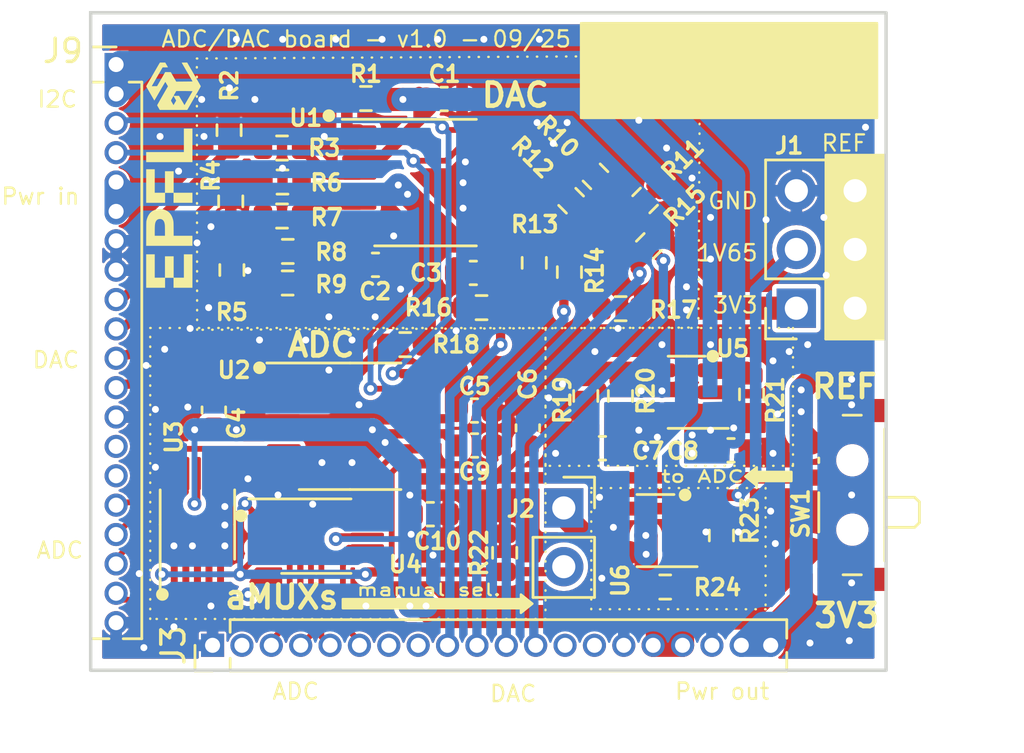
<source format=kicad_pcb>
(kicad_pcb (version 20240108) (generator "pcbnew") (generator_version "8.0")
  (layers (0 "F.Cu" signal) (31 "B.Cu" signal) (34 "B.Paste" user) (35 "F.Paste" user) (36 "B.SilkS" user "B.Silkscreen") (37 "F.SilkS" user "F.Silkscreen") (38 "B.Mask" user) (39 "F.Mask" user) (44 "Edge.Cuts" user))
  (net 0 "")
  (net 1 "GND")
  (net 2 "/ADC2")
  (net 3 "/ADC0")
  (net 4 "/SCL")
  (net 5 "/ADC1")
  (net 6 "/SDA")
  (net 7 "/ADC3")
  (net 8 "/ADC_MUX")
  (net 9 "/REF_INA")
  (net 10 "/DAC0")
  (net 11 "/DAC4")
  (net 12 "/DAC1")
  (net 13 "/DAC3")
  (net 14 "/DAC2")
  (net 15 "/ADC_0_A")
  (net 16 "/ADC_1_A")
  (net 17 "/ADC_0_B")
  (net 18 "/ADC_1_B")
  (net 19 "/ADC_3_A")
  (net 20 "/ADC_2_A")
  (net 21 "/ADC_2_B")
  (net 22 "/ADC_3_B")
  (net 23 "/DAC5")
  (net 24 "/DAC6")
  (net 25 "/DAC7")
  (net 26 "/ref_mid")
  (net 27 "A3V3")
  (net 28 "/5V")
  (net 29 "Net-(U1-V_{REF})")
  (net 30 "Net-(U1-~{RESET})")
  (net 31 "Net-(U1-IO0)")
  (net 32 "Net-(U1-IO1)")
  (net 33 "Net-(U1-IO2)")
  (net 34 "Net-(U1-IO3)")
  (net 35 "Net-(U1-IO7)")
  (net 36 "Net-(U1-IO6)")
  (net 37 "Net-(U1-IO4)")
  (net 38 "Net-(U1-IO5)")
  (net 39 "Net-(U2-~{RESET})")
  (net 40 "Net-(U5-FB)")
  (net 41 "Net-(U5-EN)")
  (net 43 "Net-(SW1-B)")
  (net 44 "Net-(J1-Pin_3)")
  (net 45 "3V3")
  (footprint "Resistor_SMD:R_0603_1608Metric" (layer "F.Cu") (at 97.87842 96.164788 -90)
    (property "Reference" "R13")
    (property "Value" "187k")
  )
  (footprint "Connector_PinHeader_1.27mm:PinHeader_1x20_P1.27mm_Vertical" (layer "F.Cu") (at 83.97 112.7 90)
    (property "Reference" "J3")
    (property "Value" "Conn_01x20")
  )
  (footprint "Capacitor_SMD:C_0603_1608Metric" (layer "F.Cu") (at 93.385 107.03)
    (property "Reference" "C10")
    (property "Value" "0.1u")
  )
  (footprint "Capacitor_SMD:C_0603_1608Metric" (layer "F.Cu") (at 84.025 102.53 90)
    (property "Reference" "C4")
    (property "Value" "0.1u")
  )
  (footprint "Capacitor_SMD:C_0603_1608Metric" (layer "F.Cu") (at 95.29 102.55)
    (property "Reference" "C5")
    (property "Value" "0.1u")
  )
  (footprint "Resistor_SMD:R_0603_1608Metric" (layer "F.Cu") (at 84.68342 90.429788 90)
    (property "Reference" "R2")
    (property "Value" "48.7k")
  )
  (footprint "Resistor_SMD:R_0603_1608Metric" (layer "F.Cu") (at 99.471783 93.478151 -45)
    (property "Reference" "R12")
    (property "Value" "187k")
  )
  (footprint "Resistor_SMD:R_0603_1608Metric" (layer "F.Cu") (at 92.3 99.7 180)
    (property "Reference" "R18")
    (property "Value" "10k")
  )
  (footprint "heep_footprints:ESL_3x3" (layer "F.Cu") (at 82.3 88.5 90)
    (property "Reference" "G***" (hide yes))
    (property "Value" "LOGO" (hide yes))
  )
  (footprint "Resistor_SMD:R_0603_1608Metric" (layer "F.Cu") (at 105.97 107.95 -90)
    (property "Reference" "R23")
    (property "Value" "500" (hide yes))
  )
  (footprint "Capacitor_SMD:C_0603_1608Metric" (layer "F.Cu") (at 100.825 104.18 180)
    (property "Reference" "C7")
    (property "Value" "22u")
  )
  (footprint "Resistor_SMD:R_0603_1608Metric" (layer "F.Cu") (at 100.525372 92.424562 -45)
    (property "Reference" "R10")
    (property "Value" "187k")
  )
  (footprint "Resistor_SMD:R_0603_1608Metric" (layer "F.Cu") (at 101.61342 98.144788)
    (property "Reference" "R17")
    (property "Value" "48.7k")
  )
  (footprint "Resistor_SMD:R_0603_1608Metric" (layer "F.Cu") (at 103.54 110.18 180)
    (property "Reference" "R24")
    (property "Value" "500")
  )
  (footprint "Resistor_SMD:R_0603_1608Metric" (layer "F.Cu") (at 84.80592 96.474788 -90)
    (property "Reference" "R5")
    (property "Value" "48.7k")
  )
  (footprint "Capacitor_SMD:C_0603_1608Metric" (layer "F.Cu") (at 91.01342 96.249788)
    (property "Reference" "C2")
    (property "Value" "100n")
  )
  (footprint "Resistor_SMD:R_0603_1608Metric" (layer "F.Cu") (at 87.223421 95.669788 180)
    (property "Reference" "R8")
    (property "Value" "187k")
  )
  (footprint "Resistor_SMD:R_0603_1608Metric" (layer "F.Cu") (at 95.6 98.1 180)
    (property "Reference" "R16")
    (property "Value" "48.7k")
  )
  (footprint "Connector_PinSocket_2.54mm:PinSocket_2x03_P2.54mm_Vertical" (layer "F.Cu") (at 109.21 98.125 180)
    (property "Reference" "J1")
    (property "Value" "Conn_02x03_Odd_Even")
  )
  (footprint "Resistor_SMD:R_0603_1608Metric" (layer "F.Cu") (at 86.99342 92.669788 180)
    (property "Reference" "R6")
    (property "Value" "187k")
  )
  (footprint "Connector_PinSocket_2.54mm:PinSocket_1x02_P2.54mm_Vertical" (layer "F.Cu") (at 99.155 106.76)
    (property "Reference" "J2")
    (property "Value" "Conn_02x01")
  )
  (footprint "Resistor_SMD:R_0603_1608Metric" (layer "F.Cu") (at 102.671441 93.467545 45)
    (property "Reference" "R11")
    (property "Value" "48.7k")
  )
  (footprint "Connector_PinHeader_1.27mm:PinHeader_1x20_P1.27mm_Vertical" (layer "F.Cu") (at 79.8 87.59)
    (property "Reference" "J9")
    (property "Value" "Conn_01x20")
  )
  (footprint "Capacitor_SMD:C_0603_1608Metric" (layer "F.Cu") (at 106.385 104.27)
    (property "Reference" "C8")
    (property "Value" "10u")
  )
  (footprint "Resistor_SMD:R_0603_1608Metric" (layer "F.Cu") (at 84.75592 93.504788 -90)
    (property "Reference" "R4")
    (property "Value" "48.7k")
  )
  (footprint "Resistor_SMD:R_0603_1608Metric" (layer "F.Cu") (at 101.605 101.92 -90)
    (property "Reference" "R20")
    (property "Value" "100k")
  )
  (footprint "Package_TO_SOT_SMD:SOT-23-5" (layer "F.Cu") (at 103.12 107.74 180)
    (property "Reference" "U6")
    (property "Value" "LM321")
  )
  (footprint "Resistor_SMD:R_0603_1608Metric" (layer "F.Cu") (at 102.831783 95.431425 45)
    (property "Reference" "R15")
    (property "Value" "48.7k")
  )
  (footprint "Package_SO:TSSOP-16_4.4x5mm_P0.65mm" (layer "F.Cu") (at 89.915 103.23)
    (property "Reference" "U2")
    (property "Value" "ADS122C04IPW")
  )
  (footprint "Capacitor_SMD:C_0603_1608Metric" (layer "F.Cu") (at 93.98342 89.079788)
    (property "Reference" "C1")
    (property "Value" "100n")
  )
  (footprint "Resistor_SMD:R_0603_1608Metric" (layer "F.Cu") (at 87.21592 97.034788)
    (property "Reference" "R9")
    (property "Value" "48.7k")
  )
  (footprint "Button_Switch_SMD:SW_SPDT_PCM12" (layer "F.Cu") (at 111.3 106.2 90)
    (property "Reference" "SW1")
    (property "Value" "SW_SPDT")
  )
  (footprint "Resistor_SMD:R_0603_1608Metric" (layer "F.Cu") (at 90.6 89.059788)
    (property "Reference" "R1")
    (property "Value" "10k")
  )
  (footprint "Resistor_SMD:R_0603_1608Metric" (layer "F.Cu") (at 96.6 108.7 90)
    (property "Reference" "R22")
    (property "Value" "10k")
  )
  (footprint "Resistor_SMD:R_0603_1608Metric" (layer "F.Cu") (at 99.39842 96.564788 -90)
    (property "Reference" "R14")
    (property "Value" "187k")
  )
  (footprint "heep_footprints:EPFL_2x7" (layer "F.Cu") (at 82.1 93.8 90)
    (property "Reference" "G***" (hide yes))
    (property "Value" "LOGO" (hide yes))
  )
  (footprint "Resistor_SMD:R_0603_1608Metric" (layer "F.Cu") (at 100.105 101.92 -90)
    (property "Reference" "R19")
    (property "Value" "20k")
  )
  (footprint "Capacitor_SMD:C_0603_1608Metric" (layer "F.Cu") (at 95.24342 96.6 180)
    (property "Reference" "C3")
    (property "Value" "0.1u")
  )
  (footprint "Capacitor_SMD:C_0603_1608Metric" (layer "F.Cu") (at 97.6 103.3 -90)
    (property "Reference" "C6")
    (property "Value" "0.1u")
  )
  (footprint "Resistor_SMD:R_0603_1608Metric" (layer "F.Cu") (at 86.97342 94.139788 180)
    (property "Reference" "R7")
    (property "Value" "187k")
  )
  (footprint "Package_SO:VSSOP-10_3x3mm_P0.5mm" (layer "F.Cu") (at 88.455 107.98)
    (property "Reference" "U4")
    (property "Value" "TS5A23159DGS")
  )
  (footprint "Package_TO_SOT_SMD:SOT-23-5" (layer "F.Cu") (at 104.465 101.76 180)
    (property "Reference" "U5")
    (property "Value" "TLV75801PDBV")
  )
  (footprint "Package_SO:TSSOP-16_4.4x5mm_P0.65mm" (layer "F.Cu") (at 93.17592 92.694788)
    (property "Reference" "U1")
    (property "Value" "AD5593R")
  )
  (footprint "Capacitor_SMD:C_0603_1608Metric" (layer "F.Cu") (at 95.295 104.06)
    (property "Reference" "C9")
    (property "Value" "0.1u")
  )
  (footprint "Resistor_SMD:R_0603_1608Metric" (layer "F.Cu") (at 86.97342 91.199788 180)
    (property "Reference" "R3")
    (property "Value" "187k")
  )
  (footprint "Package_SO:VSSOP-10_3x3mm_P0.5mm" (layer "F.Cu") (at 83.315 107.48 90)
    (property "Reference" "U3")
    (property "Value" "TS5A23159DGS")
  )
  (footprint "Resistor_SMD:R_0603_1608Metric" (layer "F.Cu") (at 107.275 101.85 -90)
    (property "Reference" "R21")
    (property "Value" "10k")
  )
  (gr_circle (center 105.6 100.2) (end 105.823607 100.2) (stroke (width 0.1)) (fill solid) (layer "F.SilkS"))
  (gr_poly (pts (xy 109 105.2) (xy 109 105.6) (xy 107.5 105.6) (xy 107.5 105.8) (xy 107 105.4) (xy 107.5 105) (xy 107.5 105.2)) (stroke (width 0.1)) (fill solid) (layer "F.SilkS"))
  (gr_poly (pts (xy 89.6 111.1) (xy 89.6 110.7) (xy 97.3 110.7) (xy 97.3 110.5) (xy 97.8 110.9) (xy 97.3 111.3) (xy 97.3 111.1)) (stroke (width 0.1)) (fill solid) (layer "F.SilkS"))
  (gr_rect (start 100.3425 105.9) (end 107.88 111.14) (stroke (width 0.1) (type dot)) (fill none) (layer "F.SilkS"))
  (gr_circle (center 104.4 106.2) (end 104.623607 106.2) (stroke (width 0.1)) (fill solid) (layer "F.SilkS"))
  (gr_circle (center 86 100.7) (end 86.223607 100.7) (stroke (width 0.1)) (fill solid) (layer "F.SilkS"))
  (gr_circle (center 81.8 110.5) (end 82.023607 110.5) (stroke (width 0.1)) (fill solid) (layer "F.SilkS"))
  (gr_poly (pts (xy 104.97342 98.959788) (xy 83.30342 99.059788) (xy 83.29 87.33) (xy 105.04342 87.209787)) (stroke (width 0.1) (type dot)) (fill none) (layer "F.SilkS"))
  (gr_rect (start 110.48 91.5) (end 113.1 99.455) (stroke (width 0.1)) (fill solid) (layer "F.SilkS"))
  (gr_rect (start 81.275 98.98) (end 98.365 111.56) (stroke (width 0.1) (type dot)) (fill none) (layer "F.SilkS"))
  (gr_circle (center 85.2 107.1) (end 85.423607 107.1) (stroke (width 0.1)) (fill solid) (layer "F.SilkS"))
  (gr_rect (start 99.9 85.8) (end 112.7 89.9) (stroke (width 0.1)) (fill solid) (layer "F.SilkS"))
  (gr_circle (center 89 89.8) (end 89.223607 89.8) (stroke (width 0.1)) (fill solid) (layer "F.SilkS"))
  (gr_rect (start 98.365 98.98) (end 109.065 104.94) (stroke (width 0.1) (type dot)) (fill none) (layer "F.SilkS"))
  (gr_rect (start 78.7 85.35) (end 113.09 113.78) (stroke (width 0.15)) (fill none) (layer "Edge.Cuts"))
  (gr_text "GND\n\n1V65\n\n3V3" (at 107.6 98.4 0) (layer "F.SilkS") (effects (font (size 0.7 0.7) (thickness 0.1)) (justify right bottom)))
  (gr_text "manual sel." (at 96.5 110.6 0) (layer "F.SilkS") (effects (font (size 0.5 0.7) (thickness 0.1)) (justify right bottom)))
  (gr_text "REF" (at 112.3 91.4 0) (layer "F.SilkS") (effects (font (size 0.7 0.7) (thickness 0.1)) (justify right bottom)))
  (gr_text "DAC" (at 95.5 89.5 0) (layer "F.SilkS") (effects (font (size 1 1) (thickness 0.2) (bold yes)) (justify left bottom)))
  (gr_text "REF" (at 112.8 102.1 0) (layer "F.SilkS") (effects (font (size 1 1) (thickness 0.2) (bold yes)) (justify right bottom)))
  (gr_text "ADC" (at 87.1 100.3 0) (layer "F.SilkS") (effects (font (size 1 1) (thickness 0.2) (bold yes)) (justify left bottom)))
  (gr_text "ADC" (at 76.3 109 0) (layer "F.SilkS") (effects (font (size 0.7 0.7) (thickness 0.1)) (justify left bottom)))
  (gr_text "I2C" (at 76.34 89.5 0) (layer "F.SilkS") (effects (font (size 0.7 0.7) (thickness 0.1)) (justify left bottom)))
  (gr_text "Pwr out" (at 103.9 115.1 0) (layer "F.SilkS") (effects (font (size 0.7 0.7) (thickness 0.1)) (justify left bottom)))
  (gr_text "3V3\n" (at 112.9 112 0) (layer "F.SilkS") (effects (font (size 1 1) (thickness 0.2)) (justify right bottom)))
  (gr_text "DAC" (at 95.9 115.2 0) (layer "F.SilkS") (effects (font (size 0.7 0.7) (thickness 0.1)) (justify left bottom)))
  (gr_text "DAC" (at 76.13 100.77 0) (layer "F.SilkS") (effects (font (size 0.7 0.7) (thickness 0.1)) (justify left bottom)))
  (gr_text "ADC/DAC board - v1.0 - 09/25" (at 81.7 86.9 0) (layer "F.SilkS") (effects (font (size 0.7 0.7) (thickness 0.1)) (justify left bottom)))
  (gr_text "Pwr in" (at 74.78 93.7 0) (layer "F.SilkS") (effects (font (size 0.7 0.7) (thickness 0.1)) (justify left bottom)))
  (gr_text "to ADC" (at 107 105.7 0) (layer "F.SilkS") (effects (font (size 0.5 0.7) (thickness 0.1)) (justify right bottom)))
  (gr_text "ADC" (at 86.5 115.1 0) (layer "F.SilkS") (effects (font (size 0.7 0.7) (thickness 0.1)) (justify left bottom)))
  (gr_text "aMUXs" (at 84.4 111.2 0) (layer "F.SilkS") (effects (font (size 1 1) (thickness 0.2) (bold yes)) (justify left bottom)))
  (via (at 85.5 110.5) (size 0.6) (drill 0.3) (layers "F.Cu" "B.Cu") (net 0))
  (segment (start 105.6675 101.825) (end 107.80407 101.825) (width 0.4) (layer "F.Cu") (net 1))
  (segment (start 107.80407 101.825) (end 108.9 100.72907) (width 0.4) (layer "F.Cu") (net 1))
  (segment (start 105.6025 101.76) (end 105.6675 101.825) (width 0.4) (layer "F.Cu") (net 1))
  (segment (start 108.9 100.72907) (end 108.9 100) (width 0.4) (layer "F.Cu") (net 1))
  (via (at 84.5 107.5) (size 0.6) (drill 0.3) (layers "F.Cu" "B.Cu") (net 1))
  (via (at 108.2 104.4) (size 0.6) (drill 0.3) (layers "F.Cu" "B.Cu") (net 1))
  (via (at 80.8 109.6) (size 0.6) (drill 0.3) (layers "F.Cu" "B.Cu") (net 1))
  (via (at 90.3 102.3) (size 0.6) (drill 0.3) (layers "F.Cu" "B.Cu") (net 1))
  (via (at 83.9 94.6) (size 0.6) (drill 0.3) (layers "F.Cu" "B.Cu") (net 1))
  (via (at 89 98.5) (size 0.6) (drill 0.3) (layers "F.Cu" "B.Cu") (net 1))
  (via (at 108.1 106.9) (size 0.6) (drill 0.3) (layers "F.Cu" "B.Cu") (net 1))
  (via (at 83.9 111) (size 0.6) (drill 0.3) (layers "F.Cu" "B.Cu") (net 1))
  (via (at 88.7 104.8) (size 0.6) (drill 0.3) (layers "F.Cu" "B.Cu") (net 1))
  (via (at 98 90.1) (size 0.6) (drill 0.3) (layers "F.Cu" "B.Cu") (net 1))
  (via (at 89.3 86.5) (size 0.6) (drill 0.3) (layers "F.Cu" "B.Cu") (net 1))
  (via (at 102.4 90) (size 0.6) (drill 0.3) (layers "F.Cu" "B.Cu") (net 1))
  (via (at 99.1 101.4) (size 0.6) (drill 0.3) (layers "F.Cu" "B.Cu") (net 1))
  (via (at 83.6 90.7) (size 0.6) (drill 0.3) (layers "F.Cu" "B.Cu") (net 1))
  (via (at 91 98.5) (size 0.6) (drill 0.3) (layers "F.Cu" "B.Cu") (net 1))
  (via (at 106.7 107.8) (size 0.6) (drill 0.3) (layers "F.Cu" "B.Cu") (net 1))
  (via (at 84.5 108.4) (size 0.6) (drill 0.3) (layers "F.Cu" "B.Cu") (net 1))
  (via (at 108.9 100) (size 0.6) (drill 0.3) (layers "F.Cu" "B.Cu") (net 1))
  (via (at 104.7 92.5) (size 0.6) (drill 0.3) (layers "F.Cu" "B.Cu") (net 1))
  (via (at 83.3 95.3) (size 0.6) (drill 0.3) (layers "F.Cu" "B.Cu") (net 1))
  (via (at 98.7 91) (size 0.6) (drill 0.3) (layers "F.Cu" "B.Cu") (net 1))
  (via (at 84.5 106.7) (size 0.6) (drill 0.3) (layers "F.Cu" "B.Cu") (net 1))
  (via (at 101.3 107.6) (size 0.6) (drill 0.3) (layers "F.Cu" "B.Cu") (net 1))
  (via (at 86.8 106.2) (size 0.6) (drill 0.3) (layers "F.Cu" "B.Cu") (net 1))
  (via (at 110.4 94.2) (size 0.6) (drill 0.3) (layers "F.Cu" "B.Cu") (net 1))
  (via (at 90.6 111) (size 0.6) (drill 0.3) (layers "F.Cu" "B.Cu") (net 1))
  (via (at 90 104.8) (size 0.6) (drill 0.3) (layers "F.Cu" "B.Cu") (net 1))
  (via (at 82.9 102.4) (size 0.6) (drill 0.3) (layers "F.Cu" "B.Cu") (net 1))
  (via (at 87 86.5) (size 0.6) (drill 0.3) (layers "F.Cu" "B.Cu") (net 1))
  (via (at 86 99.5) (size 0.6) (drill 0.3) (layers "F.Cu" "B.Cu") (net 1))
  (via (at 105.3 107.8) (size 0.6) (drill 0.3) (layers "F.Cu" "B.Cu") (net 1))
  (via (at 100.7 106.3) (size 0.6) (drill 0.3) (layers "F.Cu" "B.Cu") (net 1))
  (via (at 105.5 96) (size 0.6) (drill 0.3) (layers "F.Cu" "B.Cu") (net 1))
  (via (at 98.5 102) (size 0.6) (drill 0.3) (layers "F.Cu" "B.Cu") (net 1))
  (via (at 95.7 86.5) (size 0.6) (drill 0.3) (layers "F.Cu" "B.Cu") (net 1))
  (via (at 93.5 108.8) (size 0.6) (drill 0.3) (layers "F.Cu" "B.Cu") (net 1))
  (via (at 81.5 102.5) (size 0.6) (drill 0.3) (layers "F.Cu" "B.Cu") (net 1))
  (via (at 90 99.5) (size 0.6) (drill 0.3) (layers "F.Cu" "B.Cu") (net 1))
  (via (at 109.8 112.6) (size 0.6) (drill 0.3) (layers "F.Cu" "B.Cu") (net 1))
  (via (at 88 99.5) (size 0.6) (drill 0.3) (layers "F.Cu" "B.Cu") (net 1))
  (via (at 98.1 86.5) (size 0.6) (drill 0.3) (layers "F.Cu" "B.Cu") (net 1))
  (via (at 82.5 92.2) (size 0.6) (drill 0.3) (layers "F.Cu" "B.Cu") (net 1))
  (via (at 100.5 100) (size 0.6) (drill 0.3) (layers "F.Cu" "B.Cu") (net 1))
  (via (at 94.9 91.8) (size 0.6) (drill 0.3) (layers "F.Cu" "B.Cu") (net 1))
  (via (at 111.6 106.2) (size 0.6) (drill 0.3) (layers "F.Cu" "B.Cu") (net 1))
  (via (at 112.2 90.3) (size 0.6) (drill 0.3) (layers "F.Cu" "B.Cu") (net 1))
  (via (at 99.3 90.1) (size 0.6) (drill 0.3) (layers "F.Cu" "B.Cu") (net 1))
  (via (at 89 100.8) (size 0.6) (drill 0.3) (layers "F.Cu" "B.Cu") (net 1))
  (via (at 83.1 108.4) (size 0.6) (drill 0.3) (layers "F.Cu" "B.Cu") (net 1))
  (via (at 85.8 89.1) (size 0.6) (drill 0.3) (layers "F.Cu" "B.Cu") (net 1))
  (via (at 83.5 89.1) (size 0.6) (drill 0.3) (layers "F.Cu" "B.Cu") (net 1))
  (via (at 88.8 90.7) (size 0.6) (drill 0.3) (layers "F.Cu" "B.Cu") (net 1))
  (via (at 108.4 102.7) (size 0.6) (drill 0.3) (layers "F.Cu" "B.Cu") (net 1))
  (via (at 85 86.5) (size 0.6) (drill 0.3) (layers "F.Cu" "B.Cu") (net 1))
  (via (at 94.5 99.1) (size 0.6) (drill 0.3) (layers "F.Cu" "B.Cu") (net 1))
  (via (at 94.8 92.7) (size 0.6) (drill 0.3) (layers "F.Cu" "B.Cu") (net 1))
  (via (at 81.7 90.7) (size 0.6) (drill 0.3) (layers "F.Cu" "B.Cu") (net 1))
  (via (at 88.3 106.6) (size 0.6) (drill 0.3) (layers "F.Cu" "B.Cu") (net 1))
  (via (at 82.3 111.9) (size 0.6) (drill 0.3) (layers "F.Cu" "B.Cu") (net 1))
  (via (at 108.3 108.3) (size 0.6) (drill 0.3) (layers "F.Cu" "B.Cu") (net 1))
  (via (at 91.3 86.5) (size 0.6) (drill 0.3) (layers "F.Cu" "B.Cu") (net 1))
  (via (at 105.5 94.2) (size 0.6) (drill 0.3) (layers "F.Cu" "B.Cu") (net 1))
  (via (at 94.8 93.8) (size 0.6) (drill 0.3) (layers "F.Cu" "B.Cu") (net 1))
  (via (at 102.5 101.7) (size 0.6) (drill 0.3) (layers "F.Cu" "B.Cu") (net 1))
  (via (at 101.5 99) (size 0.6) (drill 0.3) (layers "F.Cu" "B.Cu") (net 1))
  (via (at 93.7 86.5) (size 0.6) (drill 0.3) (layers "F.Cu" "B.Cu") (net 1))
  (via (at 82.3 108.4) (size 0.6) (drill 0.3) (layers "F.Cu" "B.Cu") (net 1))
  (via (at 109.7 99.7) (size 0.6) (drill 0.3) (layers "F.Cu" "B.Cu") (net 1))
  (via (at 111.6 101.2) (size 0.6) (drill 0.3) (layers "F.Cu" "B.Cu") (net 1))
  (via (at 103.4 99.7) (size 0.6) (drill 0.3) (layers "F.Cu" "B.Cu") (net 1))
  (via (at 103.6 91.2) (size 0.6) (drill 0.3) (layers "F.Cu" "B.Cu") (net 1))
  (via (at 91.8 95) (size 0.6) (drill 0.3) (layers "F.Cu" "B.Cu") (net 1))
  (via (at 81.1 100.6) (size 0.6) (drill 0.3) (layers "F.Cu" "B.Cu") (net 1))
  (via (at 100.8 109.8) (size 0.6) (drill 0.3) (layers "F.Cu" "B.Cu") (net 1))
  (via (at 86.993421 92.073078) (size 0.6) (drill 0.3) (layers "F.Cu" "B.Cu") (net 1))
  (via (at 111.6 110) (size 0.6) (drill 0.3) (layers "F.Cu" "B.Cu") (net 1))
  (via (at 98.8 104.4) (size 0.6) (drill 0.3) (layers "F.Cu" "B.Cu") (net 1))
  (via (at 92.1 97.3) (size 0.6) (drill 0.3) (layers "F.Cu" "B.Cu") (net 1))
  (via (at 81.9 99.9) (size 0.6) (drill 0.3) (layers "F.Cu" "B.Cu") (net 1))
  (via (at 83.8 98.1) (size 0.6) (drill 0.3) (layers "F.Cu" "B.Cu") (net 1))
  (via (at 103.4 101.7) (size 0.6) (drill 0.3) (layers "F.Cu" "B.Cu") (net 1))
  (via (at 110.5 96.7) (size 0.6) (drill 0.3) (layers "F.Cu" "B.Cu") (net 1))
  (via (at 85.5 105.5) (size 0.6) (drill 0.3) (layers "F.Cu" "B.Cu") (net 1))
  (via (at 107.9 94.3) (size 0.6) (drill 0.3) (layers "F.Cu" "B.Cu") (net 1))
  (via (at 83 99) (size 0.6) (drill 0.3) (layers "F.Cu" "B.Cu") (net 1))
  (via (at 111.5 112.5) (size 0.6) (drill 0.3) (layers "F.Cu" "B.Cu") (net 1))
  (via (at 84.7 88.6) (size 0.6) (drill 0.3) (layers "F.Cu" "B.Cu") (net 1))
  (via (at 105.5 99.7) (size 0.6) (drill 0.3) (layers "F.Cu" "B.Cu") (net 1))
  (via (at 85.5 96.5) (size 0.6) (drill 0.3) (layers "F.Cu" "B.Cu") (net 1))
  (via (at 81 112.8) (size 0.6) (drill 0.3) (layers "F.Cu" "B.Cu") (net 1))
  (via (at 81.5 105) (size 0.6) (drill 0.3) (layers "F.Cu" "B.Cu") (net 1))
  (via (at 111.6 102.3) (size 0.6) (drill 0.3) (layers "F.Cu" "B.Cu") (net 1))
  (via (at 108.2 100.4) (size 0.6) (drill 0.3) (layers "F.Cu" "B.Cu") (net 1))
  (segment (start 84.74 104.855) (end 84.315 105.28) (width 0.25) (layer "F.Cu") (net 2))
  (segment (start 87.0525 104.855) (end 84.74 104.855) (width 0.25) (layer "F.Cu") (net 2))
  (segment (start 90.655 105.590001) (end 92.040001 104.205) (width 0.25) (layer "F.Cu") (net 3))
  (segment (start 92.040001 104.205) (end 92.7775 104.205) (width 0.25) (layer "F.Cu") (net 3))
  (segment (start 90.655 106.98) (end 90.655 105.590001) (width 0.25) (layer "F.Cu") (net 3))
  (segment (start 94.019788 90.419788) (end 96.03842 90.419788) (width 0.25) (layer "F.Cu") (net 4))
  (segment (start 92.7775 100.955) (end 91.755 100.955) (width 0.25) (layer "F.Cu") (net 4))
  (segment (start 93.9 90.3) (end 94.019788 90.419788) (width 0.25) (layer "F.Cu") (net 4))
  (segment (start 91.7 100.9) (end 91.755 100.955) (width 0.25) (layer "F.Cu") (net 4))
  (via (at 93.9 90.3) (size 0.6) (drill 0.3) (layers "F.Cu" "B.Cu") (net 4))
  (via (at 91.755 100.955) (size 0.6) (drill 0.3) (layers "F.Cu" "B.Cu") (net 4))
  (segment (start 93.9 90.3) (end 93.6 90) (width 0.25) (layer "B.Cu") (net 4))
  (segment (start 94.175 98.535) (end 91.755 100.955) (width 0.25) (layer "B.Cu") (net 4))
  (segment (start 93.9 90.3) (end 94.175 90.575) (width 0.25) (layer "B.Cu") (net 4))
  (segment (start 80 90) (end 79.8 90.2) (width 0.25) (layer "B.Cu") (net 4))
  (segment (start 94.175 90.575) (end 94.175 98.535) (width 0.25) (layer "B.Cu") (net 4))
  (segment (start 93.6 90) (end 80 90) (width 0.25) (layer "B.Cu") (net 4))
  (segment (start 92.086188 104.855) (end 92.7775 104.855) (width 0.25) (layer "F.Cu") (net 5))
  (segment (start 90.695 108.98) (end 91.487764 108.98) (width 0.25) (layer "F.Cu") (net 5))
  (segment (start 91.715 105.226188) (end 92.086188 104.855) (width 0.25) (layer "F.Cu") (net 5))
  (segment (start 91.487764 108.98) (end 91.715 108.752764) (width 0.25) (layer "F.Cu") (net 5))
  (segment (start 91.715 108.752764) (end 91.715 105.226188) (width 0.25) (layer "F.Cu") (net 5))
  (segment (start 94.066116 91.75) (end 94.746328 91.069788) (width 0.25) (layer "F.Cu") (net 6))
  (segment (start 96.008208 91.1) (end 96.03842 91.069788) (width 0.25) (layer "F.Cu") (net 6))
  (segment (start 94.746328 91.069788) (end 96.03842 91.069788) (width 0.25) (layer "F.Cu") (net 6))
  (segment (start 90.805 101.605) (end 90.8 101.6) (width 0.25) (layer "F.Cu") (net 6))
  (segment (start 92.65 91.75) (end 94.066116 91.75) (width 0.25) (layer "F.Cu") (net 6))
  (segment (start 92.7775 101.605) (end 90.805 101.605) (width 0.25) (layer "F.Cu") (net 6))
  (segment (start 96.03842 91.069788) (end 96.775919 91.069787) (width 0.25) (layer "F.Cu") (net 6))
  (via (at 92.65 91.75) (size 0.6) (drill 0.3) (layers "F.Cu" "B.Cu") (net 6))
  (via (at 90.8 101.6) (size 0.6) (drill 0.3) (layers "F.Cu" "B.Cu") (net 6))
  (segment (start 93.225 92.325) (end 93.225 97.158884) (width 0.25) (layer "B.Cu") (net 6))
  (segment (start 79.8 91.4) (end 92.3 91.4) (width 0.25) (layer "B.Cu") (net 6))
  (segment (start 93.225 97.158884) (end 90.8 99.583884) (width 0.25) (layer "B.Cu") (net 6))
  (segment (start 92.65 91.75) (end 93.225 92.325) (width 0.25) (layer "B.Cu") (net 6))
  (segment (start 90.8 99.583884) (end 90.8 101.6) (width 0.25) (layer "B.Cu") (net 6))
  (segment (start 92.3 91.4) (end 92.65 91.75) (width 0.25) (layer "B.Cu") (net 6))
  (segment (start 87.0525 104.205) (end 82.597236 104.205) (width 0.25) (layer "F.Cu") (net 7))
  (segment (start 82.315 104.487236) (end 82.315 105.28) (width 0.25) (layer "F.Cu") (net 7))
  (segment (start 82.597236 104.205) (end 82.315 104.487236) (width 0.25) (layer "F.Cu") (net 7))
  (segment (start 85.785 106.98) (end 86.255 106.98) (width 0.25) (layer "F.Cu") (net 8))
  (segment (start 85.165 109.63) (end 85.165 109.57) (width 0.25) (layer "F.Cu") (net 8))
  (segment (start 85.165 109.57) (end 85.755 108.98) (width 0.25) (layer "F.Cu") (net 8))
  (segment (start 85.755 108.98) (end 86.255 108.98) (width 0.25) (layer "F.Cu") (net 8))
  (segment (start 96.59 109.515) (end 99.005 109.515) (width 0.4) (layer "F.Cu") (net 8))
  (segment (start 82.265 109.63) (end 82.315 109.68) (width 0.25) (layer "F.Cu") (net 8))
  (segment (start 84.365 109.63) (end 84.315 109.68) (width 0.25) (layer "F.Cu") (net 8))
  (segment (start 85.375 106.57) (end 85.785 106.98) (width 0.25) (layer "F.Cu") (net 8))
  (segment (start 81.78 109.63) (end 82.265 109.63) (width 0.25) (layer "F.Cu") (net 8))
  (segment (start 85.165 109.63) (end 84.365 109.63) (width 0.25) (layer "F.Cu") (net 8))
  (segment (start 96.61 109.53) (end 90.675706 109.53) (width 0.4) (layer "F.Cu") (net 8))
  (segment (start 90.675706 109.53) (end 90.575706 109.63) (width 0.4) (layer "F.Cu") (net 8))
  (segment (start 99.005 109.515) (end 99.19 109.33) (width 0.4) (layer "F.Cu") (net 8))
  (via (at 85.375 106.57) (size 0.6) (drill 0.3) (layers "F.Cu" "B.Cu") (net 8))
  (via (at 90.575706 109.63) (size 0.6) (drill 0.3) (layers "F.Cu" "B.Cu") (net 8))
  (via (at 85.165 109.63) (size 0.6) (drill 0.3) (layers "F.Cu" "B.Cu") (net 8))
  (via (at 81.78 109.63) (size 0.6) (drill 0.3) (layers "F.Cu" "B.Cu") (net 8))
  (segment (start 99.19 109.33) (end 98.625 109.33) (width 0.25) (layer "B.Cu") (net 8))
  (segment (start 85.165 106.78) (end 85.375 106.57) (width 0.25) (layer "B.Cu") (net 8))
  (segment (start 98.89 109.63) (end 99.19 109.33) (width 0.25) (layer "B.Cu") (net 8))
  (segment (start 81.78 109.63) (end 85.165 109.63) (width 0.25) (layer "B.Cu") (net 8))
  (segment (start 85.165 109.63) (end 85.165 106.78) (width 0.25) (layer "B.Cu") (net 8))
  (segment (start 90.575706 109.63) (end 85.165 109.63) (width 0.4) (layer "B.Cu") (net 8))
  (segment (start 111.75 98.125) (end 111.75 95.585) (width 1) (layer "F.Cu") (net 9))
  (segment (start 111.75 95.585) (end 111.75 93.045) (width 1) (layer "F.Cu") (net 9))
  (segment (start 109.42 101.657081) (end 111.75 99.327081) (width 1) (layer "F.Cu") (net 9))
  (segment (start 111.75 99.327081) (end 111.75 98.125) (width 1) (layer "F.Cu") (net 9))
  (segment (start 109.87 103.95) (end 109.42 103.5) (width 1) (layer "F.Cu") (net 9))
  (segment (start 109.42 102.6) (end 109.42 101.657081) (width 1) (layer "F.Cu") (net 9))
  (segment (start 109.42 103.5) (end 109.42 102.6) (width 1) (layer "F.Cu") (net 9))
  (via (at 109.42 101.657081) (size 0.6) (drill 0.3) (layers "F.Cu" "B.Cu") (net 9))
  (via (at 109.42 102.6) (size 0.6) (drill 0.3) (layers "F.Cu" "B.Cu") (net 9))
  (segment (start 109.42 101.657081) (end 109.42 102.6) (width 1) (layer "B.Cu") (net 9))
  (segment (start 106.83 112.7) (end 107.78 111.75) (width 1) (layer "B.Cu") (net 9))
  (segment (start 108.28 111.92) (end 108.28 112.52) (width 1) (layer "B.Cu") (net 9))
  (segment (start 107.7 112.12) (end 107.78 112.2) (width 1) (layer "B.Cu") (net 9))
  (segment (start 108.28 112.52) (end 108.1 112.7) (width 1) (layer "B.Cu") (net 9))
  (segment (start 109.42 110.78) (end 109.42 101.657081) (width 1) (layer "B.Cu") (net 9))
  (segment (start 106.83 112.7) (end 108.1 112.7) (width 1) (layer "B.Cu") (net 9))
  (segment (start 107.78 111.75) (end 108.45 111.75) (width 1) (layer "B.Cu") (net 9))
  (segment (start 108.45 111.75) (end 109.42 110.78) (width 1) (layer "B.Cu") (net 9))
  (segment (start 84.68342 91.254787) (end 86.09342 91.254788) (width 0.4) (layer "F.Cu") (net 10))
  (segment (start 81.8 96) (end 80.2 97.6) (width 0.4) (layer "F.Cu") (net 10))
  (segment (start 81.8 94.138208) (end 81.8 96) (width 0.4) (layer "F.Cu") (net 10))
  (segment (start 80.2 97.6) (end 79.8 97.6) (width 0.4) (layer "F.Cu") (net 10))
  (segment (start 86.09342 91.254788) (end 86.14842 91.199788) (width 0.4) (layer "F.Cu") (net 10))
  (segment (start 84.68342 91.254788) (end 81.8 94.138208) (width 0.4) (layer "F.Cu") (net 10))
  (segment (start 96.42 99.7) (end 96.42342 99.69658) (width 0.4) (layer "F.Cu") (net 11))
  (segment (start 98.183421 96.989788) (end 97.20842 96.989788) (width 0.4) (layer "F.Cu") (net 11))
  (segment (start 97.20842 96.989788) (end 96.42342 97.774788) (width 0.4) (layer "F.Cu") (net 11))
  (segment (start 96.42342 99.144788) (end 96.42342 99.69658) (width 0.4) (layer "F.Cu") (net 11))
  (segment (start 96.42342 97.774788) (end 96.42342 99.144788) (width 0.4) (layer "F.Cu") (net 11))
  (via (at 96.42342 99.69658) (size 0.6) (drill 0.3) (layers "F.Cu" "B.Cu") (net 11))
  (segment (start 96.42342 99.69658) (end 94.23 101.89) (width 0.4) (layer "B.Cu") (net 11))
  (segment (start 94.23 112.6) (end 94.13 112.7) (width 0.4) (layer "B.Cu") (net 11))
  (segment (start 94.23 101.89) (end 94.23 112.6) (width 0.4) (layer "B.Cu") (net 11))
  (segment (start 80.23 98.87) (end 79.8 98.87) (width 0.4) (layer "F.Cu") (net 12))
  (segment (start 82.5 96.6) (end 80.23 98.87) (width 0.4) (layer "F.Cu") (net 12))
  (segment (start 84.75592 92.679788) (end 82.5 94.935708) (width 0.4) (layer "F.Cu") (net 12))
  (segment (start 82.5 94.935708) (end 82.5 96.6) (width 0.4) (layer "F.Cu") (net 12))
  (segment (start 84.75592 92.679788) (end 86.15842 92.679788) (width 0.5) (layer "F.Cu") (net 12))
  (segment (start 86.15842 92.679788) (end 86.16842 92.669788) (width 0.5) (layer "F.Cu") (net 12))
  (segment (start 82.19 101.41) (end 79.8 101.41) (width 0.4) (layer "F.Cu") (net 13))
  (segment (start 86.23592 95.832289) (end 86.23592 97.139788) (width 0.4) (layer "F.Cu") (net 13))
  (segment (start 86.39092 97.034788) (end 86.39092 97.20908) (width 0.4) (layer "F.Cu") (net 13))
  (segment (start 86.398421 95.669788) (end 86.23592 95.832289) (width 0.4) (layer "F.Cu") (net 13))
  (segment (start 86.39092 97.20908) (end 82.19 101.41) (width 0.4) (layer "F.Cu") (net 13))
  (segment (start 84.80592 95.594788) (end 84.80592 95.649788) (width 0.4) (layer "F.Cu") (net 14))
  (segment (start 80.315708 100.14) (end 79.8 100.14) (width 0.4) (layer "F.Cu") (net 14))
  (segment (start 84.80592 95.649788) (end 80.315708 100.14) (width 0.4) (layer "F.Cu") (net 14))
  (segment (start 86.14842 94.139788) (end 86.14842 94.252288) (width 0.4) (layer "F.Cu") (net 14))
  (segment (start 86.14842 94.252288) (end 84.80592 95.594788) (width 0.4) (layer "F.Cu") (net 14))
  (segment (start 84.80592 95.649788) (end 84.680212 95.649788) (width 0.4) (layer "F.Cu") (net 14))
  (segment (start 88.675 112.325) (end 89.05 112.7) (width 0.25) (layer "F.Cu") (net 15))
  (segment (start 90.655 107.48) (end 88.975 107.48) (width 0.25) (layer "F.Cu") (net 15))
  (segment (start 88.675 107.78) (end 88.675 112.325) (width 0.25) (layer "F.Cu") (net 15))
  (segment (start 88.975 107.48) (end 88.675 107.78) (width 0.25) (layer "F.Cu") (net 15))
  (segment (start 89.605 109.222764) (end 89.615 109.232764) (width 0.25) (layer "F.Cu") (net 16))
  (segment (start 90.655 108.48) (end 89.862236 108.48) (width 0.25) (layer "F.Cu") (net 16))
  (segment (start 89.605 111.805) (end 90.32 112.52) (width 0.25) (layer "F.Cu") (net 16))
  (segment (start 89.862236 108.48) (end 89.605 108.737236) (width 0.25) (layer "F.Cu") (net 16))
  (segment (start 89.605 108.737236) (end 89.605 109.1) (width 0.25) (layer "F.Cu") (net 16))
  (segment (start 90.32 112.52) (end 90.32 112.7) (width 0.25) (layer "F.Cu") (net 16))
  (segment (start 89.605 109.1) (end 89.605 111.805) (width 0.25) (layer "F.Cu") (net 16))
  (segment (start 89.605 109.1) (end 89.605 109.222764) (width 0.25) (layer "F.Cu") (net 16))
  (segment (start 86.255 107.48) (end 87.047764 107.48) (width 0.25) (layer "F.Cu") (net 17))
  (segment (start 87.858884 107.475) (end 88.225 107.841116) (width 0.25) (layer "F.Cu") (net 17))
  (segment (start 88.225 107.841116) (end 88.225 112.255) (width 0.25) (layer "F.Cu") (net 17))
  (segment (start 86.26 107.475) (end 87.858884 107.475) (width 0.25) (layer "F.Cu") (net 17))
  (segment (start 88.225 112.255) (end 87.78 112.7) (width 0.25) (layer "F.Cu") (net 17))
  (segment (start 86.255 107.48) (end 86.26 107.475) (width 0.25) (layer "F.Cu") (net 17))
  (segment (start 87.047764 108.48) (end 87.305 108.737236) (width 0.25) (layer "F.Cu") (net 18))
  (segment (start 87.305 108.737236) (end 87.305 111.695) (width 0.25) (layer "F.Cu") (net 18))
  (segment (start 86.255 108.48) (end 87.047764 108.48) (width 0.25) (layer "F.Cu") (net 18))
  (segment (start 86.51 112.49) (end 86.51 112.7) (width 0.25) (layer "F.Cu") (net 18))
  (segment (start 87.305 111.695) (end 86.51 112.49) (width 0.25) (layer "F.Cu") (net 18))
  (segment (start 83.815 105.28) (end 83.815 106.925) (width 0.25) (layer "F.Cu") (net 19))
  (segment (start 80.41 107.3) (end 79.8 107.91) (width 0.25) (layer "F.Cu") (net 19))
  (segment (start 83.815 106.925) (end 83.44 107.3) (width 0.25) (layer "F.Cu") (net 19))
  (segment (start 79.8 107.89) (end 79.7 107.79) (width 0.25) (layer "F.Cu") (net 19))
  (segment (start 79.8 107.91) (end 79.8 107.89) (width 0.25) (layer "F.Cu") (net 19))
  (segment (start 83.44 107.3) (end 80.41 107.3) (width 0.25) (layer "F.Cu") (net 19))
  (segment (start 82.815 106.072764) (end 82.367764 106.52) (width 0.25) (layer "F.Cu") (net 20))
  (segment (start 82.367764 106.52) (end 79.7 106.52) (width 0.25) (layer "F.Cu") (net 20))
  (segment (start 82.815 105.28) (end 82.815 106.072764) (width 0.25) (layer "F.Cu") (net 20))
  (segment (start 82.815 109.68) (end 82.815 110.472764) (width 0.25) (layer "F.Cu") (net 21))
  (segment (start 82.557764 110.73) (end 80.1 110.73) (width 0.25) (layer "F.Cu") (net 21))
  (segment (start 80.1 110.73) (end 79.7 110.33) (width 0.25) (layer "F.Cu") (net 21))
  (segment (start 82.815 110.472764) (end 82.557764 110.73) (width 0.25) (layer "F.Cu") (net 21))
  (segment (start 83.815 109.68) (end 83.815 108.231116) (width 0.25) (layer "F.Cu") (net 22))
  (segment (start 83.815 108.231116) (end 83.358884 107.775) (width 0.25) (layer "F.Cu") (net 22))
  (segment (start 80.985 107.775) (end 79.7 109.06) (width 0.25) (layer "F.Cu") (net 22))
  (segment (start 83.358884 107.775) (end 80.985 107.775) (width 0.25) (layer "F.Cu") (net 22))
  (segment (start 99.16 98.26) (end 99.16 97.628208) (width 0.4) (layer "F.Cu") (net 23))
  (segment (start 100.03342 97.389788) (end 100.78842 98.144788) (width 0.5) (layer "F.Cu") (net 23))
  (segment (start 99.39842 97.389788) (end 100.03342 97.389788) (width 0.5) (layer "F.Cu") (net 23))
  (segment (start 99.16 97.628208) (end 99.39842 97.389788) (width 0.4) (layer "F.Cu") (net 23))
  (via (at 99.16 98.26) (size 0.6) (drill 0.3) (layers "F.Cu" "B.Cu") (net 23))
  (segment (start 95.39 102.37) (end 95.39 110.6) (width 0.4) (layer "B.Cu") (net 23))
  (segment (start 95.39 111.66) (end 95.395 111.665) (width 0.4) (layer "B.Cu") (net 23))
  (segment (start 95.39 110.6) (end 95.39 111.66) (width 0.4) (layer "B.Cu") (net 23))
  (segment (start 95.39 110.8) (end 95.4 110.81) (width 0.4) (layer "B.Cu") (net 23))
  (segment (start 99.16 98.26) (end 99.16 98.6) (width 0.4) (layer "B.Cu") (net 23))
  (segment (start 99.16 98.6) (end 95.39 102.37) (width 0.4) (layer "B.Cu") (net 23))
  (segment (start 95.4 110.81) (end 95.4 112.7) (width 0.4) (layer "B.Cu") (net 23))
  (segment (start 95.39 110.6) (end 95.39 110.8) (width 0.4) (layer "B.Cu") (net 23))
  (segment (start 100.055146 94.061514) (end 102.11342 96.119788) (width 0.4) (layer "F.Cu") (net 24))
  (segment (start 102.44 96.62) (end 102.24842 96.42842) (width 0.4) (layer "F.Cu") (net 24))
  (segment (start 102.24842 96.42842) (end 102.24842 96.014788) (width 0.4) (layer "F.Cu") (net 24))
  (via (at 102.44 96.62) (size 0.6) (drill 0.3) (layers "F.Cu" "B.Cu") (net 24))
  (segment (start 102.44 96.87) (end 96.67 102.64) (width 0.4) (layer "B.Cu") (net 24))
  (segment (start 102.44 96.62) (end 102.44 96.87) (width 0.4) (layer "B.Cu") (net 24))
  (segment (start 96.67 102.64) (end 96.67 112.7) (width 0.4) (layer "B.Cu") (net 24))
  (segment (start 102.088078 94.050908) (end 102.088078 94.424446) (width 0.25) (layer "F.Cu") (net 25))
  (segment (start 103.46 96.06) (end 103.278416 95.878416) (width 0.4) (layer "F.Cu") (net 25))
  (segment (start 103.24342 95.878416) (end 102.088078 94.723074) (width 0.4) (layer "F.Cu") (net 25))
  (segment (start 101.108735 93.007925) (end 102.088078 93.987268) (width 0.4) (layer "F.Cu") (net 25))
  (segment (start 103.278416 95.878416) (end 103.24342 95.878416) (width 0.4) (layer "F.Cu") (net 25))
  (segment (start 102.088078 93.987268) (end 102.088078 94.050908) (width 0.4) (layer "F.Cu") (net 25))
  (segment (start 102.088078 94.723074) (end 102.088078 94.050908) (width 0.4) (layer "F.Cu") (net 25))
  (via (at 103.46 96.06) (size 0.6) (drill 0.3) (layers "F.Cu" "B.Cu") (net 25))
  (segment (start 97.86 104.14) (end 97.86 112.62) (width 0.4) (layer "B.Cu") (net 25))
  (segment (start 103.46 96.06) (end 103.46 98.54) (width 0.4) (layer "B.Cu") (net 25))
  (segment (start 103.46 98.54) (end 97.86 104.14) (width 0.4) (layer "B.Cu") (net 25))
  (segment (start 97.86 112.62) (end 97.94 112.7) (width 0.4) (layer "B.Cu") (net 25))
  (segment (start 94.015 103.555) (end 94.52 104.06) (width 0.4) (layer "F.Cu") (net 27))
  (segment (start 83.315 106.456647) (end 83.315 105.28) (width 0.25) (layer "F.Cu") (net 27))
  (segment (start 102.64 108.69) (end 101.9825 108.69) (width 0.75) (layer "F.Cu") (net 27))
  (segment (start 83.95 103.38) (end 84.025 103.305) (width 0.25) (layer "F.Cu") (net 27))
  (segment (start 99.155 106.76) (end 99.155 107.069214) (width 1) (layer "F.Cu") (net 27))
  (segment (start 103.2 112.52) (end 103.02 112.7) (width 1) (layer "F.Cu") (net 27))
  (segment (start 90.88 103.380001) (end 91.430558 103.930559) (width 0.25) (layer "F.Cu") (net 27))
  (segment (start 91.181508 91.719788) (end 92.900648 90.000648) (width 0.5) (layer "F.Cu") (net 27))
  (segment (start 92.900648 90.000648) (end 92.900648 88.800648) (width 0.5) (layer "F.Cu") (net 27))
  (segment (start 104.46 97.2) (end 104.46 98.2) (width 1) (layer "F.Cu") (net 27))
  (segment (start 104.29 111.71) (end 104.29 112.7) (width 1) (layer "F.Cu") (net 27))
  (segment (start 92.555 107.085) (end 92.61 107.03) (width 0.25) (layer "F.Cu") (net 27))
  (segment (start 84.025 103.305) (end 84.925 103.305) (width 0.25) (layer "F.Cu") (net 27))
  (segment (start 93.555 111.455) (end 102.715 111.455) (width 1) (layer "F.Cu") (net 27))
  (segment (start 104.535 98.125) (end 106.2 98.125) (width 1) (layer "F.Cu") (net 27))
  (segment (start 105.385 98.125) (end 104.46 97.2) (width 1) (layer "F.Cu") (net 27))
  (segment (start 91.4 103.555) (end 91.4 103.900001) (width 0.25) (layer "F.Cu") (net 27))
  (segment (start 83.195 103.38) (end 83.95 103.38) (width 0.25) (layer "F.Cu") (net 27))
  (segment (start 93.188208 89.1) (end 93.20842 89.079788) (width 1) (layer "F.Cu") (net 27))
  (segment (start 104.47 111.89) (end 104.1 111.52) (width 1) (layer "F.Cu") (net 27))
  (segment (start 103.02 112.7) (end 104.29 112.7) (width 1) (layer "F.Cu") (net 27))
  (segment (start 102.715 111.455) (end 102.78 111.52) (width 1) (layer "F.Cu") (net 27))
  (segment (start 91.465212 89.1) (end 91.425 89.059788) (width 1) (layer "F.Cu") (net 27))
  (segment (start 84.925 103.305) (end 85 103.38) (width 0.25) (layer "F.Cu") (net 27))
  (segment (start 103.71 111.94) (end 103.2 111.94) (width 1) (layer "F.Cu") (net 27))
  (segment (start 109.87 108.55) (end 106.9 111.52) (width 1) (layer "F.Cu") (net 27))
  (segment (start 92.61 107.03) (end 92.61 106.315611) (width 0.25) (layer "F.Cu") (net 27))
  (segment (start 102.715 110.18) (end 102.715 108.765) (width 0.75) (layer "F.Cu") (net 27))
  (segment (start 104.46 98.2) (end 104.535 98.125) (width 1) (layer "F.Cu") (net 27))
  (segment (start 106.2 98.125) (end 105.385 98.125) (width 1) (layer "F.Cu") (net 27))
  (segment (start 90.31342 91.719788) (end 91.181508 91.719788) (width 0.5) (layer "F.Cu") (net 27))
  (segment (start 92.900648 90.000648) (end 93.4 89.501296) (width 0.5) (layer "F.Cu") (net 27))
  (segment (start 102.715 111) (end 102.715 111.455) (width 1) (layer "F.Cu") (net 27))
  (segment (start 106.2 98.125) (end 109.21 98.125) (width 1) (layer "F.Cu") (net 27))
  (segment (start 102.715 108.765) (end 102.715 111) (width 1) (layer "F.Cu") (net 27))
  (segment (start 92.2 89.1) (end 93.188208 89.1) (width 1) (layer "F.Cu") (net 27))
  (segment (start 102.715 108.765) (end 102.64 108.69) (width 0.75) (layer "F.Cu") (net 27))
  (segment (start 99.155 107.069214) (end 100.775786 108.69) (width 1) (layer "F.Cu") (net 27))
  (segment (start 100.775786 108.69) (end 101.9825 108.69) (width 1) (layer "F.Cu") (net 27))
  (segment (start 102.715 107.965) (end 102.7 107.95) (width 1) (layer "F.Cu") (net 27))
  (segment (start 104.1 111.52) (end 104.29 111.71) (width 1) (layer "F.Cu") (net 27))
  (segment (start 91.055 103.555) (end 91.4 103.555) (width 0.4) (layer "F.Cu") (net 27))
  (segment (start 92.5 111) (end 93.1 111) (width 1) (layer "F.Cu") (net 27))
  (segment (start 93.1 111) (end 93.555 111.455) (width 1) (layer "F.Cu") (net 27))
  (segment (start 90.88 103.38) (end 90.88 103.380001) (width 0.25) (layer "F.Cu") (net 27))
  (segment (start 92.2 89.1) (end 91.465212 89.1) (width 1) (layer "F.Cu") (net 27))
  (segment (start 91.4 103.555) (end 92.7775 103.555) (width 0.4) (layer "F.Cu") (net 27))
  (segment (start 102.715 110.18) (end 102.715 107.965) (width 1) (layer "F.Cu") (net 27))
  (segment (start 92.555 107.9) (end 92.555 107.085) (width 0.25) (layer "F.Cu") (net 27))
  (segment (start 83.19 106.581647) (end 83.315 106.456647) (width 0.25) (layer "F.Cu") (net 27))
  (segment (start 92.61 106.315611) (end 92.499389 106.205) (width 0.25) (layer "F.Cu") (net 27))
  (segment (start 91.4 103.900001) (end 91.430558 103.930559) (width 0.25) (layer "F.Cu") (net 27))
  (segment (start 90.88 103.38) (end 91.055 103.555) (width 0.4) (layer "F.Cu") (net 27))
  (segment (start 90.655 107.98) (end 89.425 107.98) (width 0.25) (layer "F.Cu") (net 27))
  (segment (start 89.425 107.98) (end 89.3 108.105) (width 0.25) (layer "F.Cu") (net 27))
  (segment (start 104.1 111.52) (end 102.78 111.52) (width 1) (layer "F.Cu") (net 27))
  (segment (start 103.2 111.94) (end 102.78 111.52) (width 1) (layer "F.Cu") (net 27))
  (segment (start 106.9 111.52) (end 104.1 111.52) (width 1) (layer "F.Cu") (net 27))
  (segment (start 92.7775 103.555) (end 94.015 103.555) (width 0.4) (layer "F.Cu") (net 27))
  (segment (start 103.2 111.94) (end 103.2 112.52) (width 1) (layer "F.Cu") (net 27))
  (via (at 104.46 98.2) (size 0.6) (drill 0.3) (layers "F.Cu" "B.Cu") (net 27))
  (via (at 102.715 108.765) (size 0.6) (drill 0.3) (layers "F.Cu" "B.Cu") (net 27))
  (via (at 92.555 107.9) (size 0.6) (drill 0.3) (layers "F.Cu" "B.Cu") (net 27))
  (via (at 102.7 107.95) (size 0.6) (drill 0.3) (layers "F.Cu" "B.Cu") (net 27))
  (via (at 89.3 108.105) (size 0.6) (drill 0.3) (layers "F.Cu" "B.Cu") (net 27))
  (via (at 93.200003 111) (size 0.6) (drill 0.3) (layers "F.Cu" "B.Cu") (net 27))
  (via (at 85 103.38) (size 0.6) (drill 0.3) (layers "F.Cu" "B.Cu") (net 27))
  (via (at 92.5 111) (size 0.6) (drill 0.3) (layers "F.Cu" "B.Cu") (net 27))
  (via (at 92.2 89.1) (size 0.6) (drill 0.3) (layers "F.Cu" "B.Cu") (net 27))
  (via (at 83.195 103.38) (size 0.6) (drill 0.3) (layers "F.Cu" "B.Cu") (net 27))
  (via (at 83.19 106.581647) (size 0.6) (drill 0.3) (layers "F.Cu" "B.Cu") (net 27))
  (via (at 102.7 104.2) (size 0.6) (drill 0.3) (layers "F.Cu" "B.Cu") (net 27))
  (via (at 103.2 103.7) (size 0.6) (drill 0.3) (layers "F.Cu" "B.Cu") (net 27))
  (via (at 90.88 103.38) (size 0.6) (drill 0.3) (layers "F.Cu" "B.Cu") (net 27))
  (via (at 104.46 97.2) (size 0.6) (drill 0.3) (layers "F.Cu" "B.Cu") (net 27))
  (via (at 102.4 103.4) (size 0.6) (drill 0.3) (layers "F.Cu" "B.Cu") (net 27))
  (via (at 92.499389 106.205) (size 0.6) (drill 0.3) (layers "F.Cu" "B.Cu") (net 27))
  (via (at 91.430558 103.930559) (size 0.6) (drill 0.3) (layers "F.Cu" "B.Cu") (net 27))
  (segment (start 90.88 103.38) (end 85 103.38) (width 1) (layer "B.Cu") (net 27))
  (segment (start 91.5 104) (end 90.88 103.38) (width 1) (layer "B.Cu") (net 27))
  (segment (start 92.5 110.299997) (end 92.5 105) (width 1) (layer "B.Cu") (net 27))
  (segment (start 102.7 104.2) (end 103.2 103.7) (width 1) (layer "B.Cu") (net 27))
  (segment (start 102.7 108.75) (end 102.715 108.765) (width 1) (layer "B.Cu") (net 27))
  (segment (start 85 103.38) (end 83.195 103.38) (width 1) (layer "B.Cu") (net 27))
  (segment (start 99.81 89.1) (end 92.2 89.1) (width 1) (layer "B.Cu") (net 27))
  (segment (start 92.555 107.9) (end 92.35 108.105) (width 0.25) (layer "B.Cu") (net 27))
  (segment (start 92.5 105) (end 91.5 104) (width 1) (layer "B.Cu") (net 27))
  (segment (start 102.7 103.7) (end 102.4 103.4) (width 1) (layer "B.Cu") (net 27))
  (segment (start 83.19 106.581647) (end 83.19 103.385) (width 0.25) (layer "B.Cu") (net 27))
  (segment (start 104.46 97.2) (end 104.46 93.75) (width 1) (layer "B.Cu") (net 27))
  (segment (start 102.7 107.95) (end 102.7 108.75) (width 1) (layer "B.Cu") (net 27))
  (segment (start 92.35 108.105) (end 89.3 108.105) (width 0.25) (layer "B.Cu") (net 27))
  (segment (start 104.46 102.44) (end 103.2 103.7) (width 1) (layer "B.Cu") (net 27))
  (segment (start 92.5 111) (end 93.200003 111) (width 1) (layer "B.Cu") (net 27))
  (segment (start 104.46 93.75) (end 99.81 89.1) (width 1) (layer "B.Cu") (net 27))
  (segment (start 83.19 103.385) (end 83.195 103.38) (width 0.25) (layer "B.Cu") (net 27))
  (segment (start 102.7 107.95) (end 102.7 103.7) (width 1) (layer "B.Cu") (net 27))
  (segment (start 104.46 97.2) (end 104.46 102.44) (width 1) (layer "B.Cu") (net 27))
  (segment (start 93.200003 111) (end 92.5 110.299997) (width 1) (layer "B.Cu") (net 27))
  (segment (start 102.7 104.2) (end 102.7 103.7) (width 1) (layer "B.Cu") (net 27))
  (segment (start 105.6025 104.2625) (end 105.61 104.27) (width 0.75) (layer "F.Cu") (net 28))
  (via (at 104.7 104.4) (size 0.6) (drill 0.3) (layers "F.Cu" "B.Cu") (net 28))
  (via (at 106.5 103.3) (size 0.6) (drill 0.3) (layers "F.Cu" "B.Cu") (net 28))
  (via (at 104.707107 103.607107) (size 0.6) (drill 0.3) (layers "F.Cu" "B.Cu") (net 28))
  (via (at 105.5 103.4) (size 0.6) (drill 0.3) (layers "F.Cu" "B.Cu") (net 28))
  (segment (start 79.8 87.66) (end 79.8 88.93) (width 1) (layer "B.Cu") (net 28))
  (segment (start 106.5 103.7) (end 106.5 103.3) (width 1) (layer "B.Cu") (net 28))
  (segment (start 81.1 87.5) (end 81.1 87.63) (width 1) (layer "B.Cu") (net 28))
  (segment (start 79.96 87.5) (end 79.8 87.66) (width 1) (layer "B.Cu") (net 28))
  (segment (start 81.1 87.63) (end 79.8 88.93) (width 1) (layer "B.Cu") (net 28))
  (segment (start 85.5 87.5) (end 86.3 87.5) (width 1) (layer "B.Cu") (net 28))
  (segment (start 106.5 103.3) (end 106.5 92.4) (width 1) (layer "B.Cu") (net 28))
  (segment (start 85.5 87.5) (end 81.1 87.5) (width 1) (layer "B.Cu") (net 28))
  (segment (start 101.6 87.5) (end 85.5 87.5) (width 1) (layer "B.Cu") (net 28))
  (segment (start 106.5 92.4) (end 101.6 87.5) (width 1) (layer "B.Cu") (net 28))
  (segment (start 81.1 87.5) (end 79.96 87.5) (width 1) (layer "B.Cu") (net 28))
  (segment (start 90.313421 96.174788) (end 90.238421 96.249788) (width 0.4) (layer "F.Cu") (net 29))
  (segment (start 90.31342 94.969788) (end 90.313421 96.174788) (width 0.4) (layer "F.Cu") (net 29))
  (segment (start 89.919788 90.419788) (end 90.31342 90.419788) (width 0.5) (layer "F.Cu") (net 30))
  (segment (start 90.31342 90.419788) (end 90.23842 90.344788) (width 0.25) (layer "F.Cu") (net 30))
  (segment (start 89.775 89.059788) (end 89.775 90.275) (width 0.5) (layer "F.Cu") (net 30))
  (segment (start 89.775 90.275) (end 89.919788 90.419788) (width 0.5) (layer "F.Cu") (net 30))
  (segment (start 90.31342 90.419788) (end 90.90342 90.419788) (width 0.25) (layer "F.Cu") (net 30))
  (segment (start 88.96842 92.369788) (end 87.79842 91.199788) (width 0.4) (layer "F.Cu") (net 31))
  (segment (start 90.31342 92.369787) (end 88.96842 92.369788) (width 0.4) (layer "F.Cu") (net 31))
  (segment (start 88.16842 93.019788) (end 87.81842 92.669788) (width 0.4) (layer "F.Cu") (net 32))
  (segment (start 90.313421 93.019788) (end 88.16842 93.019788) (width 0.4) (layer "F.Cu") (net 32))
  (segment (start 90.31342 93.669788) (end 88.26842 93.669788) (width 0.4) (layer "F.Cu") (net 33))
  (segment (start 88.26842 93.669788) (end 87.79842 94.139788) (width 0.4) (layer "F.Cu") (net 33))
  (segment (start 89.35342 94.319788) (end 87.99342 95.679787) (width 0.4) (layer "F.Cu") (net 34))
  (segment (start 90.313421 94.319788) (end 89.35342 94.319788) (width 0.4) (layer "F.Cu") (net 34))
  (segment (start 98.21342 92.369788) (end 98.742009 91.841199) (width 0.4) (layer "F.Cu") (net 35))
  (segment (start 96.03842 92.369788) (end 97.17342 92.369788) (width 0.4) (layer "F.Cu") (net 35))
  (segment (start 96.03842 92.369788) (end 98.21342 92.369788) (width 0.4) (layer "F.Cu") (net 35))
  (segment (start 98.742009 91.841199) (end 99.942009 91.841199) (width 0.4) (layer "F.Cu") (net 35))
  (segment (start 98.76342 93.019788) (end 98.88842 92.894788) (width 0.4) (layer "F.Cu") (net 36))
  (segment (start 96.03842 93.019788) (end 98.76342 93.019788) (width 0.4) (layer "F.Cu") (net 36))
  (segment (start 97.87842 95.339788) (end 96.85842 94.319788) (width 0.4) (layer "F.Cu") (net 37))
  (segment (start 96.85842 94.319788) (end 96.03842 94.319788) (width 0.4) (layer "F.Cu") (net 37))
  (segment (start 96.03842 94.319788) (end 96.878421 94.319788) (width 0.4) (layer "F.Cu") (net 37))
  (segment (start 99.39842 95.739788) (end 99.39842 95.460008) (width 0.5) (layer "F.Cu") (net 38))
  (segment (start 99.39842 95.460008) (end 97.6082 93.669788) (width 0.5) (layer "F.Cu") (net 38))
  (segment (start 97.6082 93.669788) (end 96.03842 93.669788) (width 0.5) (layer "F.Cu") (net 38))
  (segment (start 88.92 102.255) (end 87.0525 102.255) (width 0.5) (layer "F.Cu") (net 39))
  (segment (start 91.475 99.7) (end 88.92 102.255) (width 0.5) (layer "F.Cu") (net 39))
  (segment (start 87.85 102.255) (end 87.0525 102.255) (width 0.25) (layer "F.Cu") (net 39))
  (segment (start 100.39 100.81) (end 100.105 101.095) (width 0.75) (layer "F.Cu") (net 40))
  (segment (start 103.3275 100.81) (end 100.39 100.81) (width 0.75) (layer "F.Cu") (net 40))
  (segment (start 107.23 100.81) (end 107.275 100.855) (width 0.4) (layer "F.Cu") (net 41))
  (segment (start 107.06 100.81) (end 107.275 101.025) (width 0.75) (layer "F.Cu") (net 41))
  (segment (start 105.6025 100.81) (end 107.06 100.81) (width 0.75) (layer "F.Cu") (net 41))
  (segment (start 109.78 105.46) (end 109.87 105.55) (width 0.5) (layer "F.Cu") (net 43))
  (segment (start 92.7775 105.505) (end 94.455 105.505) (width 0.5) (layer "F.Cu") (net 43))
  (segment (start 96.215 105.46) (end 109.78 105.46) (width 0.5) (layer "F.Cu") (net 43))
  (segment (start 94.455 105.505) (end 96.17 105.505) (width 0.5) (layer "F.Cu") (net 43))
  (segment (start 96.17 105.505) (end 97.6 104.075) (width 0.5) (layer "F.Cu") (net 43))
  (segment (start 96.17 105.505) (end 96.215 105.46) (width 0.5) (layer "F.Cu") (net 43))
  (segment (start 106.7 106.21) (end 104.8375 106.21) (width 0.5) (layer "F.Cu") (net 44))
  (segment (start 104.8375 106.21) (end 104.2575 106.79) (width 0.5) (layer "F.Cu") (net 44))
  (segment (start 101.9825 106.79) (end 104.2575 106.79) (width 0.5) (layer "F.Cu") (net 44))
  (via (at 106.7 106.21) (size 0.6) (drill 0.3) (layers "F.Cu" "B.Cu") (net 44))
  (segment (start 107.45 105.46) (end 107.45 97.345) (width 0.5) (layer "B.Cu") (net 44))
  (segment (start 107.45 97.345) (end 109.21 95.585) (width 0.5) (layer "B.Cu") (net 44))
  (segment (start 106.7 106.21) (end 107.45 105.46) (width 0.5) (layer "B.Cu") (net 44))
  (segment (start 93.125 93.925) (end 93.125 96.154038) (width 1) (layer "F.Cu") (net 45))
  (segment (start 93.125 99.7) (end 93.125 96.154038) (width 1) (layer "F.Cu") (net 45))
  (segment (start 92.7775 102.905) (end 94.16 102.905) (width 0.4) (layer "F.Cu") (net 45))
  (segment (start 94.419788 95.219788) (end 93.125 93.925) (width 1) (layer "F.Cu") (net 45))
  (segment (start 96.01842 96.269787) (end 96.01842 95.544788) (width 1) (layer "F.Cu") (net 45))
  (segment (start 94.7 95.219788) (end 95.69342 95.219788) (width 1) (layer "F.Cu") (net 45))
  (segment (start 94.7 95.219788) (end 94.419788 95.219788) (width 1) (layer "F.Cu") (net 45))
  (segment (start 94.515 100.820858) (end 94.515 102.55) (width 1) (layer "F.Cu") (net 45))
  (segment (start 93.394142 99.7) (end 94.515 100.820858) (width 1) (layer "F.Cu") (net 45))
  (segment (start 93.125 96.154038) (end 94.05925 95.219788) (width 1) (layer "F.Cu") (net 45))
  (segment (start 96.01842 95.494788) (end 95.56342 95.039788) (width 0.5) (layer "F.Cu") (net 45))
  (segment (start 94.16 102.905) (end 94.515 102.55) (width 0.4) (layer "F.Cu") (net 45))
  (segment (start 92 92.8) (end 93.125 93.925) (width 1) (layer "F.Cu") (net 45))
  (segment (start 93.125 99.7) (end 93.394142 99.7) (width 1) (layer "F.Cu") (net 45))
  (segment (start 96.01842 95.544788) (end 96.513421 95.049788) (width 0.5) (layer "F.Cu") (net 45))
  (segment (start 94.05925 95.219788) (end 94.7 95.219788) (width 1) (layer "F.Cu") (net 45))
  (segment (start 95.69342 95.219788) (end 96.01842 95.544788) (width 1) (layer "F.Cu") (net 45))
  (via (at 92 92.8) (size 0.6) (drill 0.3) (layers "F.Cu" "B.Cu") (net 45))
  (via (at 92.4 93.2) (size 0.6) (drill 0.3) (layers "F.Cu" "B.Cu") (net 45))
  (segment (start 80.26 93.2) (end 79.8 92.74) (width 1) (layer "B.Cu") (net 45))
  (segment (start 81.7 93.2) (end 80.61 93.2) (width 1) (layer "B.Cu") (net 45))
  (segment (start 92.4 93.2) (end 92 92.8) (width 1) (layer "B.Cu") (net 45))
  (segment (start 80.61 93.2) (end 79.8 94.01) (width 1) (layer "B.Cu") (net 45))
  (segment (start 81.7 93.2) (end 80.26 93.2) (width 1) (layer "B.Cu") (net 45))
  (segment (start 79.8 92.74) (end 79.8 94.01) (width 1) (layer "B.Cu") (net 45))
  (segment (start 91.6 93.2) (end 81.7 93.2) (width 1) (layer "B.Cu") (net 45))
  (segment (start 92.4 93.2) (end 91.6 93.2) (width 1) (layer "B.Cu") (net 45))
  (segment (start 92 92.8) (end 91.6 93.2) (width 1) (layer "B.Cu") (net 45))
  (zone (net 26) (net_name "/ref_mid") (layer "F.Cu") (priority 3) (connect_pads yes (clearance 0.5)) (min_thickness 0.25) (fill yes (thermal_gap 0.5) (thermal_bridge_width 0.5))
    (polygon (pts (xy 106.69 108.18) (xy 103.39 108.17) (xy 103.38 110.82) (xy 105.05 110.78) (xy 106.72 109.21)))
  )
  (zone (net 27) (net_name "A3V3") (layers "F.Cu" "B.Cu") (priority 2) (connect_pads yes (clearance 0)) (min_thickness 0.1) (fill yes (thermal_gap 0.1) (thermal_bridge_width 0.5))
    (polygon (pts (xy 104.295 102.18) (xy 100.905 102.18) (xy 100.895 104.96) (xy 102.265 104.95) (xy 104.315 103.03)))
  )
  (zone (net 1) (net_name "GND") (layers "F.Cu" "B.Cu") (connect_pads (clearance 0.1)) (min_thickness 0.1) (fill yes (thermal_gap 0.1) (thermal_bridge_width 0.5))
    (polygon (pts (xy 114.1 84.8) (xy 113.8 114.6) (xy 77.6 114.5) (xy 77.8 84.9)))
  )
  (zone (net 28) (net_name "/5V") (layers "F.Cu" "B.Cu") (priority 1) (connect_pads yes (clearance 0)) (min_thickness 0.1) (fill yes (thermal_gap 0.1) (thermal_bridge_width 0.5))
    (polygon (pts (xy 107.825 102.12) (xy 104.365 102.21) (xy 104.355 104.84) (xy 106.305 104.84) (xy 106.365 103.53) (xy 107.885 103.52) (xy 107.905 102.1)))
  )
)
</source>
